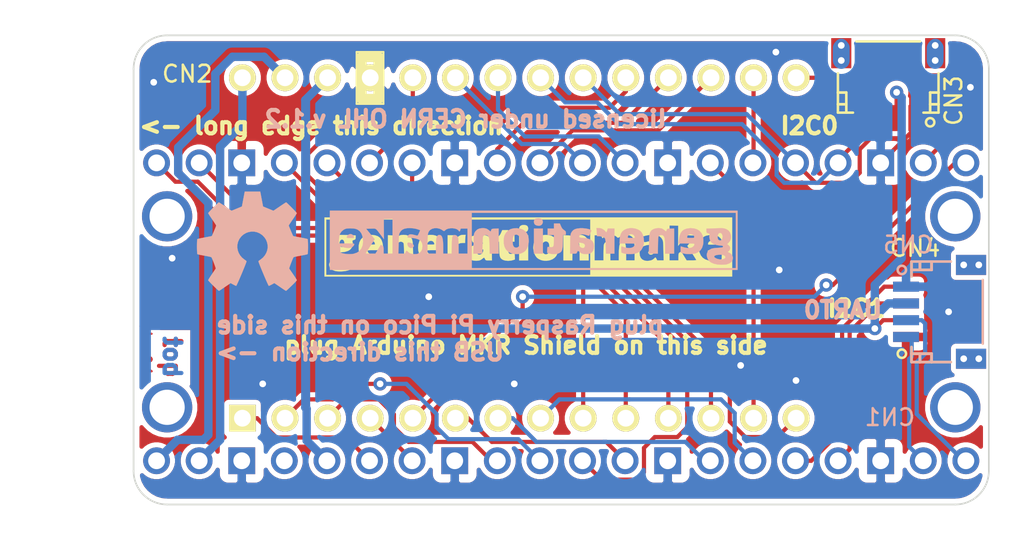
<source format=kicad_pcb>
(kicad_pcb (version 20171130) (host pcbnew 5.1.9-73d0e3b20d~88~ubuntu18.04.1)
  (layers (0 F.Cu signal) (31 B.Cu signal) (34 B.Paste user) (35 F.Paste user) (36 B.SilkS user) (37 F.SilkS user) (38 B.Mask user) (39 F.Mask user) (44 Edge.Cuts user))
  (net 0 "")
  (net 1 GND)
  (net 2 /0)
  (net 3 /1)
  (net 4 /MISO)
  (net 5 /7)
  (net 6 /SCK)
  (net 7 /MOSI)
  (net 8 /2)
  (net 9 /3)
  (net 10 /4)
  (net 11 /5)
  (net 12 /6)
  (net 13 /A3)
  (net 14 /A6)
  (net 15 /A5)
  (net 16 /A4)
  (net 17 /A0)
  (net 18 /A1)
  (net 19 /A2)
  (net 20 /AREF)
  (net 21 +3V3)
  (net 22 /5V)
  (net 23 /VIN)
  (net 24 /UART1_TX)
  (net 25 /UART1_RX)
  (net 26 /I2C0_SDA)
  (net 27 /I2C0_SCL)
  (net 28 /UART0_TX)
  (net 29 /UART0_RX)
  (net 30 /I2C1_SDA)
  (net 31 /I2C1_SCL)
  (net 32 /RESET)
  (module MODULE_compute:RASPI_PICO (layer B.Cu) (at 180 100 270)
    (fp_text reference CN1 (at 6.3 -19.6) (layer B.SilkS) (effects (justify mirror)))
    (fp_text value RASPBERRYPI_PICO)
    (pad 0 thru_hole circle (at 5.7 -23.5 270) (size 3 3) (drill 2.1) (layers *.Cu *.Mask))
    (pad 0 thru_hole circle (at -5.7 -23.5 270) (size 3 3) (drill 2.1) (layers *.Cu *.Mask))
    (pad 0 thru_hole circle (at -5.7 23.5 270) (size 3 3) (drill 2.1) (layers *.Cu *.Mask))
    (pad 0 thru_hole circle (at 5.7 23.5 270) (size 3 3) (drill 2.1) (layers *.Cu *.Mask))
    (pad 40 thru_hole circle (at 8.89 24.13 270) (size 1.6 1.6) (drill 1) (layers *.Cu *.Mask) (net 23 /VIN))
    (pad 39 thru_hole circle (at 8.89 21.59 270) (size 1.6 1.6) (drill 1) (layers *.Cu *.Mask) (net 22 /5V))
    (pad 38 thru_hole rect (at 8.89 19.05 270) (size 1.6 1.6) (drill 1) (layers *.Cu *.Mask) (net 1 GND))
    (pad 37 thru_hole circle (at 8.89 16.51 270) (size 1.6 1.6) (drill 1) (layers *.Cu *.Mask))
    (pad 36 thru_hole circle (at 8.89 13.97 270) (size 1.6 1.6) (drill 1) (layers *.Cu *.Mask) (net 21 +3V3))
    (pad 35 thru_hole circle (at 8.89 11.43 270) (size 1.6 1.6) (drill 1) (layers *.Cu *.Mask) (net 20 /AREF))
    (pad 34 thru_hole circle (at 8.89 8.89 270) (size 1.6 1.6) (drill 1) (layers *.Cu *.Mask) (net 19 /A2))
    (pad 33 thru_hole rect (at 8.89 6.35 270) (size 1.6 1.6) (drill 1) (layers *.Cu *.Mask) (net 1 GND))
    (pad 32 thru_hole circle (at 8.89 3.81 270) (size 1.6 1.6) (drill 1) (layers *.Cu *.Mask) (net 18 /A1))
    (pad 31 thru_hole circle (at 8.89 1.27 270) (size 1.6 1.6) (drill 1) (layers *.Cu *.Mask) (net 17 /A0))
    (pad 30 thru_hole circle (at 8.89 -1.27 270) (size 1.6 1.6) (drill 1) (layers *.Cu *.Mask) (net 32 /RESET))
    (pad 29 thru_hole circle (at 8.89 -3.81 270) (size 1.6 1.6) (drill 1) (layers *.Cu *.Mask) (net 16 /A4))
    (pad 28 thru_hole rect (at 8.89 -6.35 270) (size 1.6 1.6) (drill 1) (layers *.Cu *.Mask) (net 1 GND))
    (pad 27 thru_hole circle (at 8.89 -8.89 270) (size 1.6 1.6) (drill 1) (layers *.Cu *.Mask) (net 15 /A5))
    (pad 26 thru_hole circle (at 8.89 -11.43 270) (size 1.6 1.6) (drill 1) (layers *.Cu *.Mask) (net 14 /A6))
    (pad 25 thru_hole circle (at 8.89 -13.97 270) (size 1.6 1.6) (drill 1) (layers *.Cu *.Mask) (net 31 /I2C1_SCL))
    (pad 24 thru_hole circle (at 8.89 -16.51 270) (size 1.6 1.6) (drill 1) (layers *.Cu *.Mask) (net 30 /I2C1_SDA))
    (pad 23 thru_hole rect (at 8.89 -19.05 270) (size 1.6 1.6) (drill 1) (layers *.Cu *.Mask) (net 1 GND))
    (pad 22 thru_hole circle (at 8.89 -21.59 270) (size 1.6 1.6) (drill 1) (layers *.Cu *.Mask) (net 29 /UART0_RX))
    (pad 21 thru_hole circle (at 8.89 -24.13 270) (size 1.6 1.6) (drill 1) (layers *.Cu *.Mask) (net 28 /UART0_TX))
    (pad 20 thru_hole circle (at -8.89 -24.13 270) (size 1.6 1.6) (drill 1) (layers *.Cu *.Mask) (net 13 /A3))
    (pad 19 thru_hole circle (at -8.89 -21.59 270) (size 1.6 1.6) (drill 1) (layers *.Cu *.Mask) (net 12 /6))
    (pad 18 thru_hole rect (at -8.89 -19.05 270) (size 1.6 1.6) (drill 1) (layers *.Cu *.Mask) (net 1 GND))
    (pad 17 thru_hole circle (at -8.89 -16.51 270) (size 1.6 1.6) (drill 1) (layers *.Cu *.Mask) (net 27 /I2C0_SCL))
    (pad 16 thru_hole circle (at -8.89 -13.97 270) (size 1.6 1.6) (drill 1) (layers *.Cu *.Mask) (net 26 /I2C0_SDA))
    (pad 15 thru_hole circle (at -8.89 -11.43 270) (size 1.6 1.6) (drill 1) (layers *.Cu *.Mask) (net 5 /7))
    (pad 14 thru_hole circle (at -8.89 -8.89 270) (size 1.6 1.6) (drill 1) (layers *.Cu *.Mask) (net 10 /4))
    (pad 13 thru_hole rect (at -8.89 -6.35 270) (size 1.6 1.6) (drill 1) (layers *.Cu *.Mask) (net 1 GND))
    (pad 12 thru_hole circle (at -8.89 -3.81 270) (size 1.6 1.6) (drill 1) (layers *.Cu *.Mask) (net 25 /UART1_RX))
    (pad 11 thru_hole circle (at -8.89 -1.27 270) (size 1.6 1.6) (drill 1) (layers *.Cu *.Mask) (net 24 /UART1_TX))
    (pad 10 thru_hole circle (at -8.89 1.27 270) (size 1.6 1.6) (drill 1) (layers *.Cu *.Mask) (net 7 /MOSI))
    (pad 9 thru_hole circle (at -8.89 3.81 270) (size 1.6 1.6) (drill 1) (layers *.Cu *.Mask) (net 6 /SCK))
    (pad 8 thru_hole rect (at -8.89 6.35 270) (size 1.6 1.6) (drill 1) (layers *.Cu *.Mask) (net 1 GND))
    (pad 7 thru_hole circle (at -8.89 8.89 270) (size 1.6 1.6) (drill 1) (layers *.Cu *.Mask) (net 11 /5))
    (pad 6 thru_hole circle (at -8.89 11.43 270) (size 1.6 1.6) (drill 1) (layers *.Cu *.Mask) (net 4 /MISO))
    (pad 5 thru_hole circle (at -8.89 13.97 270) (size 1.6 1.6) (drill 1) (layers *.Cu *.Mask) (net 9 /3))
    (pad 4 thru_hole circle (at -8.89 16.51 270) (size 1.6 1.6) (drill 1) (layers *.Cu *.Mask) (net 8 /2))
    (pad 3 thru_hole rect (at -8.89 19.05 270) (size 1.6 1.6) (drill 1) (layers *.Cu *.Mask) (net 1 GND))
    (pad 2 thru_hole circle (at -8.89 21.59 270) (size 1.6 1.6) (drill 1) (layers *.Cu *.Mask) (net 3 /1))
    (pad 1 thru_hole circle (at -8.89 24.13 270) (size 1.6 1.6) (drill 1) (layers *.Cu *.Mask) (net 2 /0))
  )
  (module connectors_JST_SH:Connectors_JST_SM04B-SRSS-TB (layer F.Cu) (at 199.5 86.5 180)
    (fp_text reference CN3 (at -3.9 -0.9 270) (layer F.SilkS))
    (fp_text value CONN_01X04)
    (pad "" smd rect (at 2.8 1.9375 180) (size 1.2 1.8) (layers F.Cu F.Paste F.Mask))
    (pad "" smd rect (at -2.8 1.9375 180) (size 1.2 1.8) (layers F.Cu F.Paste F.Mask))
    (pad 4 smd rect (at 1.5 -1.9375 180) (size 0.6 1.55) (layers F.Cu F.Paste F.Mask) (net 27 /I2C0_SCL))
    (pad 3 smd rect (at 0.5 -1.9375 180) (size 0.6 1.55) (layers F.Cu F.Paste F.Mask) (net 26 /I2C0_SDA))
    (pad 2 smd rect (at -0.5 -1.9375 180) (size 0.6 1.55) (layers F.Cu F.Paste F.Mask) (net 21 +3V3))
    (pad 1 smd rect (at -1.5 -1.9375 180) (size 0.6 1.55) (layers F.Cu F.Paste F.Mask) (net 1 GND))
  )
  (module labels:generationmake_logo (layer F.Cu) (at 178 101.4)
    (fp_text reference L1 hide)
    (fp_text value Label hide)
  )
  (module labels:generationmake_logo (layer B.Cu) (at 178.4 101 180)
    (fp_text reference L2 hide)
    (fp_text value Label hide)
  )
  (module MODULE_compute:ARDUINO_MKR_BASEBOARD (layer F.Cu) (at 177.5 96.19)
    (fp_text reference CN2 (at -19.8 -10.39) (layer F.SilkS))
    (fp_text value ARDUINO_MKR)
    (pad 28 thru_hole circle (at -16.51 -10.16) (size 1.6 1.6) (drill 1) (layers *.Cu *.Mask F.SilkS) (net 22 /5V))
    (pad 27 thru_hole circle (at -13.97 -10.16) (size 1.6 1.6) (drill 1) (layers *.Cu *.Mask F.SilkS) (net 23 /VIN))
    (pad 26 thru_hole circle (at -11.43 -10.16) (size 1.6 1.6) (drill 1) (layers *.Cu *.Mask F.SilkS) (net 21 +3V3))
    (pad 25 thru_hole circle (at -8.89 -10.16) (size 1.6 1.6) (drill 1) (layers *.Cu *.Mask F.SilkS) (net 1 GND))
    (pad 24 thru_hole circle (at -6.35 -10.16) (size 1.6 1.6) (drill 1) (layers *.Cu *.Mask F.SilkS) (net 32 /RESET))
    (pad 23 thru_hole circle (at -3.81 -10.16) (size 1.6 1.6) (drill 1) (layers *.Cu *.Mask F.SilkS) (net 24 /UART1_TX))
    (pad 22 thru_hole circle (at -1.27 -10.16) (size 1.6 1.6) (drill 1) (layers *.Cu *.Mask F.SilkS) (net 25 /UART1_RX))
    (pad 21 thru_hole circle (at 1.27 -10.16) (size 1.6 1.6) (drill 1) (layers *.Cu *.Mask F.SilkS) (net 27 /I2C0_SCL))
    (pad 20 thru_hole circle (at 3.81 -10.16) (size 1.6 1.6) (drill 1) (layers *.Cu *.Mask F.SilkS) (net 26 /I2C0_SDA))
    (pad 19 thru_hole circle (at 6.35 -10.16) (size 1.6 1.6) (drill 1) (layers *.Cu *.Mask F.SilkS) (net 4 /MISO))
    (pad 18 thru_hole circle (at 8.89 -10.16) (size 1.6 1.6) (drill 1) (layers *.Cu *.Mask F.SilkS) (net 6 /SCK))
    (pad 17 thru_hole circle (at 11.43 -10.16) (size 1.6 1.6) (drill 1) (layers *.Cu *.Mask F.SilkS) (net 7 /MOSI))
    (pad 16 thru_hole circle (at 13.97 -10.16) (size 1.6 1.6) (drill 1) (layers *.Cu *.Mask F.SilkS) (net 5 /7))
    (pad 15 thru_hole circle (at 16.51 -10.16) (size 1.6 1.6) (drill 1) (layers *.Cu *.Mask F.SilkS) (net 12 /6))
    (pad 14 thru_hole circle (at 16.51 10.16) (size 1.6 1.6) (drill 1) (layers *.Cu *.Mask F.SilkS) (net 11 /5))
    (pad 13 thru_hole circle (at 13.97 10.16) (size 1.6 1.6) (drill 1) (layers *.Cu *.Mask F.SilkS) (net 10 /4))
    (pad 12 thru_hole circle (at 11.43 10.16) (size 1.6 1.6) (drill 1) (layers *.Cu *.Mask F.SilkS) (net 9 /3))
    (pad 11 thru_hole circle (at 8.89 10.16) (size 1.6 1.6) (drill 1) (layers *.Cu *.Mask F.SilkS) (net 8 /2))
    (pad 10 thru_hole circle (at 6.35 10.16) (size 1.6 1.6) (drill 1) (layers *.Cu *.Mask F.SilkS) (net 3 /1))
    (pad 9 thru_hole circle (at 3.81 10.16) (size 1.6 1.6) (drill 1) (layers *.Cu *.Mask F.SilkS) (net 2 /0))
    (pad 8 thru_hole circle (at 1.27 10.16) (size 1.6 1.6) (drill 1) (layers *.Cu *.Mask F.SilkS) (net 14 /A6))
    (pad 7 thru_hole circle (at -1.27 10.16) (size 1.6 1.6) (drill 1) (layers *.Cu *.Mask F.SilkS) (net 15 /A5))
    (pad 6 thru_hole circle (at -3.81 10.16) (size 1.6 1.6) (drill 1) (layers *.Cu *.Mask F.SilkS) (net 16 /A4))
    (pad 5 thru_hole circle (at -6.35 10.16) (size 1.6 1.6) (drill 1) (layers *.Cu *.Mask F.SilkS) (net 13 /A3))
    (pad 4 thru_hole circle (at -8.89 10.16) (size 1.6 1.6) (drill 1) (layers *.Cu *.Mask F.SilkS) (net 19 /A2))
    (pad 3 thru_hole circle (at -11.43 10.16) (size 1.6 1.6) (drill 1) (layers *.Cu *.Mask F.SilkS) (net 18 /A1))
    (pad 2 thru_hole circle (at -13.97 10.16) (size 1.6 1.6) (drill 1) (layers *.Cu *.Mask F.SilkS) (net 17 /A0))
    (pad 1 thru_hole rect (at -16.51 10.16) (size 1.6 1.6) (drill 1) (layers *.Cu *.Mask F.SilkS) (net 20 /AREF))
  )
  (module connectors_JST_SH:Connectors_JST_SM04B-SRSS-TB (layer F.Cu) (at 202.5 100 90)
    (fp_text reference CN4 (at 3.8 -1.4 180) (layer F.SilkS))
    (fp_text value CONN_01X04)
    (pad "" smd rect (at 2.8 1.9375 90) (size 1.2 1.8) (layers F.Cu F.Paste F.Mask))
    (pad "" smd rect (at -2.8 1.9375 90) (size 1.2 1.8) (layers F.Cu F.Paste F.Mask))
    (pad 4 smd rect (at 1.5 -1.9375 90) (size 0.6 1.55) (layers F.Cu F.Paste F.Mask) (net 31 /I2C1_SCL))
    (pad 3 smd rect (at 0.5 -1.9375 90) (size 0.6 1.55) (layers F.Cu F.Paste F.Mask) (net 30 /I2C1_SDA))
    (pad 2 smd rect (at -0.5 -1.9375 90) (size 0.6 1.55) (layers F.Cu F.Paste F.Mask) (net 21 +3V3))
    (pad 1 smd rect (at -1.5 -1.9375 90) (size 0.6 1.55) (layers F.Cu F.Paste F.Mask) (net 1 GND))
  )
  (module connectors_JST_SH:Connectors_JST_SM04B-SRSS-TB (layer B.Cu) (at 202.5 100 270)
    (fp_text reference CN5 (at -4 1.8) (layer B.SilkS) (effects (justify mirror)))
    (fp_text value CONN_01X04)
    (pad "" smd rect (at 2.8 -1.9375 270) (size 1.2 1.8) (layers B.Cu B.Paste B.Mask))
    (pad "" smd rect (at -2.8 -1.9375 270) (size 1.2 1.8) (layers B.Cu B.Paste B.Mask))
    (pad 4 smd rect (at 1.5 1.9375 270) (size 0.6 1.55) (layers B.Cu B.Paste B.Mask) (net 29 /UART0_RX))
    (pad 3 smd rect (at 0.5 1.9375 270) (size 0.6 1.55) (layers B.Cu B.Paste B.Mask) (net 28 /UART0_TX))
    (pad 2 smd rect (at -0.5 1.9375 270) (size 0.6 1.55) (layers B.Cu B.Paste B.Mask) (net 21 +3V3))
    (pad 1 smd rect (at -1.5 1.9375 270) (size 0.6 1.55) (layers B.Cu B.Paste B.Mask) (net 1 GND))
  )
  (module Symbol:OSHW-Symbol_6.7x6mm_SilkScreen (layer B.Cu) (at 161.6 95.8 180)
    (fp_text reference L3 hide)
    (fp_text value Label hide)
  )
  (gr_text "licensed under CERN OHL v.1.2" (at 174.3 88.5) (layer B.SilkS) (effects (font (size 1 1) (thickness 0.25)) (justify mirror)))
  (gr_text "<- long edge this direction" (at 165.7 88.9) (layer F.SilkS) (effects (font (size 1 1) (thickness 0.25))))
  (gr_text I2C0 (at 194.8 88.9) (layer F.SilkS) (effects (font (size 1 1) (thickness 0.25))))
  (gr_text I2C1 (at 197.6 99.8) (layer F.SilkS) (effects (font (size 1 1) (thickness 0.25))))
  (gr_text UART0 (at 196.8 99.9) (layer B.SilkS) (effects (font (size 1 1) (thickness 0.25)) (justify mirror)))
  (gr_text "PicoMKRAdapter 0.1" (at 155.3 100 -90) (layer F.Cu) (effects (font (size 0.5 0.5) (thickness 0.125))))
  (gr_text bot (at 156.8 102.7 270) (layer B.Cu) (effects (font (size 1 1) (thickness 0.25)) (justify mirror)))
  (gr_text top (at 156.8 102.7 270) (layer F.Cu) (effects (font (size 1 1) (thickness 0.25))))
  (gr_text "plug Rasperry Pi Pico on this side\nUSB this direction ->" (at 159.3 101.6) (layer B.SilkS) (effects (font (size 1 1) (thickness 0.25)) (justify right mirror)))
  (gr_text "plug Arduino MKR Shield on this side" (at 177.9 102) (layer F.SilkS) (effects (font (size 1 1) (thickness 0.25))))
  (gr_line (start 154.5 85.5) (end 154.5 109.5) (layer Edge.Cuts) (width 0.1))
  (gr_line (start 203.5 83.5) (end 156.5 83.5) (layer Edge.Cuts) (width 0.1))
  (gr_line (start 205.5 109.5) (end 205.5 85.5) (layer Edge.Cuts) (width 0.1))
  (gr_line (start 156.5 111.5) (end 203.5 111.5) (layer Edge.Cuts) (width 0.1))
  (gr_arc (start 156.5 109.5) (end 154.5 109.5) (angle -90) (layer Edge.Cuts) (width 0.1))
  (gr_arc (start 156.5 85.5) (end 156.5 83.5) (angle -90) (layer Edge.Cuts) (width 0.1))
  (gr_arc (start 203.5 85.5) (end 205.5 85.5) (angle -90) (layer Edge.Cuts) (width 0.1))
  (gr_arc (start 203.5 109.5) (end 203.5 111.5) (angle -90) (layer Edge.Cuts) (width 0.1))
  (via (at 204.9 97.2) (size 0.8) (drill 0.4) (layers F.Cu B.Cu) (net 0))
  (via (at 204 97.2) (size 0.8) (drill 0.4) (layers F.Cu B.Cu) (net 0))
  (via (at 204 102.8) (size 0.8) (drill 0.4) (layers F.Cu B.Cu) (net 0))
  (via (at 204.9 102.8) (size 0.8) (drill 0.4) (layers F.Cu B.Cu) (net 0))
  (via (at 196.7 85) (size 0.8) (drill 0.4) (layers F.Cu B.Cu) (net 0))
  (via (at 196.7 84.1) (size 0.8) (drill 0.4) (layers F.Cu B.Cu) (net 0))
  (via (at 202.3 84.1) (size 0.8) (drill 0.4) (layers F.Cu B.Cu) (net 0))
  (segment (start 202.3 84.1) (end 202.3 85) (width 0.25) (layer B.Cu) (net 0))
  (via (at 202.3 85) (size 0.8) (drill 0.4) (layers F.Cu B.Cu) (net 0))
  (segment (start 196.7 85) (end 196.7 84.25001) (width 1) (layer B.Cu) (net 0))
  (segment (start 202.3 85) (end 202.3 84.25001) (width 1) (layer B.Cu) (net 0))
  (via (at 156.8 96.8) (size 0.8) (drill 0.4) (layers F.Cu B.Cu) (net 1))
  (via (at 155.7 86.3) (size 0.8) (drill 0.4) (layers F.Cu B.Cu) (net 1))
  (segment (start 201 89.16) (end 201 88.4375) (width 0.25) (layer F.Cu) (net 1))
  (segment (start 199.05 91.11) (end 201 89.16) (width 0.25) (layer F.Cu) (net 1))
  (segment (start 200.5625 98.5) (end 202 98.5) (width 0.25) (layer B.Cu) (net 1))
  (segment (start 202 98.5) (end 203.1 99.6) (width 0.25) (layer B.Cu) (net 1))
  (via (at 203.1 100) (size 0.8) (drill 0.4) (layers F.Cu B.Cu) (net 1))
  (segment (start 203.1 99.6) (end 203.1 100) (width 0.25) (layer B.Cu) (net 1))
  (segment (start 203.1 100) (end 203.1 100.6) (width 0.25) (layer F.Cu) (net 1))
  (segment (start 202.2 101.5) (end 200.5625 101.5) (width 0.25) (layer F.Cu) (net 1))
  (segment (start 203.1 100.6) (end 202.2 101.5) (width 0.25) (layer F.Cu) (net 1))
  (segment (start 199.05 91.11) (end 199.05 92.85) (width 0.25) (layer F.Cu) (net 1))
  (segment (start 199.05 92.85) (end 194.7 97.2) (width 0.25) (layer F.Cu) (net 1))
  (segment (start 194.7 97.2) (end 194.7 99.2) (width 0.25) (layer F.Cu) (net 1))
  (segment (start 194.7 99.2) (end 195.1 99.6) (width 0.25) (layer F.Cu) (net 1))
  (segment (start 195.1 99.6) (end 196.5 99.6) (width 0.25) (layer F.Cu) (net 1))
  (segment (start 196.5 99.6) (end 199.2 96.9) (width 0.25) (layer F.Cu) (net 1))
  (segment (start 199.2 96.9) (end 201.1 96.9) (width 0.25) (layer F.Cu) (net 1))
  (segment (start 203.1 98.9) (end 203.1 100) (width 0.25) (layer F.Cu) (net 1))
  (segment (start 201.1 96.9) (end 203.1 98.9) (width 0.25) (layer F.Cu) (net 1))
  (via (at 204.4 86.6) (size 0.8) (drill 0.4) (layers F.Cu B.Cu) (net 1))
  (via (at 177.2 104.3) (size 0.8) (drill 0.4) (layers F.Cu B.Cu) (net 1))
  (via (at 194 104.1) (size 0.8) (drill 0.4) (layers F.Cu B.Cu) (net 1))
  (via (at 193 97.5) (size 0.8) (drill 0.4) (layers F.Cu B.Cu) (net 1))
  (via (at 172.1 99.1) (size 0.8) (drill 0.4) (layers F.Cu B.Cu) (net 1))
  (via (at 162.2 104.3) (size 0.8) (drill 0.4) (layers F.Cu B.Cu) (net 1))
  (via (at 192.8 84.5) (size 0.8) (drill 0.4) (layers F.Cu B.Cu) (net 1))
  (via (at 190.7 103.2) (size 0.8) (drill 0.4) (layers F.Cu B.Cu) (net 1))
  (segment (start 181.31 106.35) (end 181.31 98.21) (width 0.25) (layer F.Cu) (net 2))
  (segment (start 181.31 98.21) (end 178.55003 95.45003) (width 0.25) (layer F.Cu) (net 2))
  (segment (start 158.335001 92.235001) (end 156.995001 92.235001) (width 0.25) (layer F.Cu) (net 2))
  (segment (start 156.995001 92.235001) (end 155.87 91.11) (width 0.25) (layer F.Cu) (net 2))
  (segment (start 161.55003 95.45003) (end 158.335001 92.235001) (width 0.25) (layer F.Cu) (net 2))
  (segment (start 178.55003 95.45003) (end 161.55003 95.45003) (width 0.25) (layer F.Cu) (net 2))
  (segment (start 183.85 101.75) (end 183.85 106.35) (width 0.25) (layer F.Cu) (net 3))
  (segment (start 183.85 100.11359) (end 183.85 101.75) (width 0.25) (layer F.Cu) (net 3))
  (segment (start 178.736431 95.000021) (end 183.85 100.11359) (width 0.25) (layer F.Cu) (net 3))
  (segment (start 162.30002 95.00002) (end 178.736431 95.000021) (width 0.25) (layer F.Cu) (net 3))
  (segment (start 158.41 91.11) (end 162.30002 95.00002) (width 0.25) (layer F.Cu) (net 3))
  (segment (start 183.85 86.85) (end 183.85 86.03) (width 0.25) (layer F.Cu) (net 4))
  (segment (start 182.88003 87.81997) (end 183.85 86.85) (width 0.25) (layer F.Cu) (net 4))
  (segment (start 177.38721 87.81997) (end 182.88003 87.81997) (width 0.25) (layer F.Cu) (net 4))
  (segment (start 175.672191 89.534989) (end 177.38721 87.81997) (width 0.25) (layer F.Cu) (net 4))
  (segment (start 170.145011 89.534989) (end 175.672191 89.534989) (width 0.25) (layer F.Cu) (net 4))
  (segment (start 168.57 91.11) (end 170.145011 89.534989) (width 0.25) (layer F.Cu) (net 4))
  (segment (start 191.47 91.07) (end 191.43 91.11) (width 0.25) (layer F.Cu) (net 5))
  (segment (start 191.47 86.03) (end 191.47 91.07) (width 0.25) (layer F.Cu) (net 5))
  (segment (start 176.19 90.29) (end 176.19 91.11) (width 0.25) (layer F.Cu) (net 6))
  (segment (start 177.76001 88.71999) (end 176.19 90.29) (width 0.25) (layer F.Cu) (net 6))
  (segment (start 183.70001 88.71999) (end 177.76001 88.71999) (width 0.25) (layer F.Cu) (net 6))
  (segment (start 186.39 86.03) (end 183.70001 88.71999) (width 0.25) (layer F.Cu) (net 6))
  (segment (start 185.79 89.17) (end 186.63 88.33) (width 0.25) (layer F.Cu) (net 7))
  (segment (start 180.67 89.17) (end 185.79 89.17) (width 0.25) (layer F.Cu) (net 7))
  (segment (start 186.63 88.33) (end 188.93 86.03) (width 0.25) (layer F.Cu) (net 7))
  (segment (start 178.73 91.11) (end 180.67 89.17) (width 0.25) (layer F.Cu) (net 7))
  (segment (start 163.49 91.11) (end 166.93001 94.55001) (width 0.25) (layer F.Cu) (net 8))
  (segment (start 186.39 102.01718) (end 186.39 103.19) (width 0.25) (layer F.Cu) (net 8))
  (segment (start 177.14999 94.55001) (end 178.922832 94.550012) (width 0.25) (layer F.Cu) (net 8))
  (segment (start 166.93001 94.55001) (end 177.14999 94.55001) (width 0.25) (layer F.Cu) (net 8))
  (segment (start 178.922832 94.550012) (end 186.39 102.01718) (width 0.25) (layer F.Cu) (net 8))
  (segment (start 186.39 103.19) (end 186.39 106.35) (width 0.25) (layer F.Cu) (net 8))
  (segment (start 188.93 103.97) (end 188.93 106.35) (width 0.25) (layer F.Cu) (net 9))
  (segment (start 188.93 103.19359) (end 188.93 103.97) (width 0.25) (layer F.Cu) (net 9))
  (segment (start 179.28642 93.55001) (end 188.93 103.19359) (width 0.25) (layer F.Cu) (net 9))
  (segment (start 168.47001 93.55001) (end 179.28642 93.55001) (width 0.25) (layer F.Cu) (net 9))
  (segment (start 166.03 91.11) (end 168.47001 93.55001) (width 0.25) (layer F.Cu) (net 9))
  (segment (start 191.47 93.69) (end 188.89 91.11) (width 0.25) (layer F.Cu) (net 10))
  (segment (start 191.47 106.35) (end 191.47 93.69) (width 0.25) (layer F.Cu) (net 10))
  (segment (start 192.884999 107.475001) (end 194.01 106.35) (width 0.25) (layer F.Cu) (net 11))
  (segment (start 190.055001 106.555001) (end 190.975001 107.475001) (width 0.25) (layer F.Cu) (net 11))
  (segment (start 190.055001 103.682181) (end 190.055001 106.555001) (width 0.25) (layer F.Cu) (net 11))
  (segment (start 179.47282 93.1) (end 190.055001 103.682181) (width 0.25) (layer F.Cu) (net 11))
  (segment (start 171.9 93.1) (end 179.47282 93.1) (width 0.25) (layer F.Cu) (net 11))
  (segment (start 171.11 92.31) (end 171.9 93.1) (width 0.25) (layer F.Cu) (net 11))
  (segment (start 190.975001 107.475001) (end 192.884999 107.475001) (width 0.25) (layer F.Cu) (net 11))
  (segment (start 171.11 91.11) (end 171.11 92.31) (width 0.25) (layer F.Cu) (net 11))
  (segment (start 202.8 89.9) (end 201.59 91.11) (width 0.25) (layer F.Cu) (net 12))
  (segment (start 202.8 87.7) (end 202.8 89.9) (width 0.25) (layer F.Cu) (net 12))
  (segment (start 200.3 85.2) (end 202.8 87.7) (width 0.25) (layer F.Cu) (net 12))
  (segment (start 198.5 85.2) (end 200.3 85.2) (width 0.25) (layer F.Cu) (net 12))
  (segment (start 197.67 86.03) (end 198.5 85.2) (width 0.25) (layer F.Cu) (net 12))
  (segment (start 194.01 86.03) (end 197.67 86.03) (width 0.25) (layer F.Cu) (net 12))
  (segment (start 171.15 106.35) (end 177.7 99.8) (width 0.25) (layer F.Cu) (net 13))
  (via (at 177.7 99.1) (size 0.8) (drill 0.4) (layers F.Cu B.Cu) (net 13))
  (segment (start 177.7 99.8) (end 177.7 99.1) (width 0.25) (layer F.Cu) (net 13))
  (segment (start 204.13 91.11) (end 203.49 91.11) (width 0.25) (layer F.Cu) (net 13))
  (segment (start 203.49 91.11) (end 196.2 98.4) (width 0.25) (layer F.Cu) (net 13))
  (via (at 195.8 98.4) (size 0.8) (drill 0.4) (layers F.Cu B.Cu) (net 13))
  (segment (start 196.2 98.4) (end 195.8 98.4) (width 0.25) (layer F.Cu) (net 13))
  (segment (start 195.1 99.1) (end 194.8 99.1) (width 0.25) (layer B.Cu) (net 13))
  (segment (start 195.8 98.4) (end 195.1 99.1) (width 0.25) (layer B.Cu) (net 13))
  (segment (start 177.7 99.1) (end 194.8 99.1) (width 0.25) (layer B.Cu) (net 13))
  (segment (start 178.77 106.35) (end 179.895001 105.224999) (width 0.25) (layer B.Cu) (net 14))
  (segment (start 184.075001 105.224999) (end 189.524999 105.224999) (width 0.25) (layer B.Cu) (net 14))
  (segment (start 179.895001 105.224999) (end 184.075001 105.224999) (width 0.25) (layer B.Cu) (net 14))
  (segment (start 190.344999 107.804999) (end 191.43 108.89) (width 0.25) (layer B.Cu) (net 14))
  (segment (start 190.344999 106.044999) (end 190.344999 107.804999) (width 0.25) (layer B.Cu) (net 14))
  (segment (start 189.524999 105.224999) (end 190.344999 106.044999) (width 0.25) (layer B.Cu) (net 14))
  (segment (start 177.104998 106.35) (end 178.519997 107.764999) (width 0.25) (layer B.Cu) (net 15))
  (segment (start 176.23 106.35) (end 177.104998 106.35) (width 0.25) (layer B.Cu) (net 15))
  (segment (start 182.535001 107.764999) (end 187.410001 107.764999) (width 0.25) (layer B.Cu) (net 15))
  (segment (start 188.535002 108.89) (end 188.89 108.89) (width 0.25) (layer B.Cu) (net 15))
  (segment (start 187.410001 107.764999) (end 188.535002 108.89) (width 0.25) (layer B.Cu) (net 15))
  (segment (start 182.535001 107.764999) (end 182.684999 107.764999) (width 0.25) (layer B.Cu) (net 15))
  (segment (start 178.519997 107.764999) (end 182.535001 107.764999) (width 0.25) (layer B.Cu) (net 15))
  (segment (start 182.684999 107.764999) (end 183.81 108.89) (width 0.25) (layer F.Cu) (net 16))
  (segment (start 179.964999 107.764999) (end 182.684999 107.764999) (width 0.25) (layer F.Cu) (net 16))
  (segment (start 179.964999 107.764999) (end 180.144999 107.764999) (width 0.25) (layer F.Cu) (net 16))
  (segment (start 174.45 106.35) (end 173.69 106.35) (width 0.25) (layer F.Cu) (net 16))
  (segment (start 179.964999 107.764999) (end 175.864999 107.764999) (width 0.25) (layer F.Cu) (net 16))
  (segment (start 175.864999 107.764999) (end 174.45 106.35) (width 0.25) (layer F.Cu) (net 16))
  (via (at 169.2 104.3) (size 0.8) (drill 0.4) (layers F.Cu B.Cu) (net 17))
  (segment (start 172.564999 106.890001) (end 173.274998 107.6) (width 0.25) (layer B.Cu) (net 17))
  (segment (start 172.564999 106.099997) (end 172.564999 106.890001) (width 0.25) (layer B.Cu) (net 17))
  (segment (start 169.2 104.3) (end 170.765002 104.3) (width 0.25) (layer B.Cu) (net 17))
  (segment (start 170.765002 104.3) (end 172.564999 106.099997) (width 0.25) (layer B.Cu) (net 17))
  (segment (start 177.44 107.6) (end 178.73 108.89) (width 0.25) (layer B.Cu) (net 17))
  (segment (start 173.274998 107.6) (end 177.44 107.6) (width 0.25) (layer B.Cu) (net 17))
  (segment (start 164.655001 105.224999) (end 163.53 106.35) (width 0.25) (layer F.Cu) (net 17))
  (segment (start 166.375001 105.224999) (end 164.655001 105.224999) (width 0.25) (layer F.Cu) (net 17))
  (segment (start 167.3 104.3) (end 166.375001 105.224999) (width 0.25) (layer F.Cu) (net 17))
  (segment (start 169.2 104.3) (end 167.3 104.3) (width 0.25) (layer F.Cu) (net 17))
  (segment (start 175.835002 108.89) (end 176.19 108.89) (width 0.25) (layer F.Cu) (net 18))
  (segment (start 174.710001 107.764999) (end 175.835002 108.89) (width 0.25) (layer F.Cu) (net 18))
  (segment (start 166.07 106.35) (end 167.195001 105.224999) (width 0.25) (layer F.Cu) (net 18))
  (segment (start 167.195001 105.224999) (end 169.124999 105.224999) (width 0.25) (layer F.Cu) (net 18))
  (segment (start 169.124999 105.224999) (end 170.024999 106.124999) (width 0.25) (layer F.Cu) (net 18))
  (segment (start 170.899997 107.764999) (end 174.710001 107.764999) (width 0.25) (layer F.Cu) (net 18))
  (segment (start 170.024999 106.124999) (end 170.024999 106.890001) (width 0.25) (layer F.Cu) (net 18))
  (segment (start 170.024999 106.890001) (end 170.899997 107.764999) (width 0.25) (layer F.Cu) (net 18))
  (segment (start 171.11 108.85) (end 171.11 108.89) (width 0.25) (layer F.Cu) (net 19))
  (segment (start 168.61 106.35) (end 171.11 108.85) (width 0.25) (layer F.Cu) (net 19))
  (segment (start 167.18 107.5) (end 168.57 108.89) (width 0.25) (layer F.Cu) (net 20))
  (segment (start 163.014998 107.5) (end 167.18 107.5) (width 0.25) (layer F.Cu) (net 20))
  (segment (start 161.864998 106.35) (end 163.014998 107.5) (width 0.25) (layer F.Cu) (net 20))
  (segment (start 160.99 106.35) (end 161.864998 106.35) (width 0.25) (layer F.Cu) (net 20))
  (segment (start 164.904999 107.764999) (end 166.03 108.89) (width 0.25) (layer B.Cu) (net 21))
  (segment (start 166.07 86.03) (end 164.904999 87.195001) (width 0.25) (layer B.Cu) (net 21))
  (segment (start 164.904999 87.195001) (end 164.904999 99.795001) (width 0.25) (layer B.Cu) (net 21))
  (segment (start 164.904999 99.795001) (end 164.904999 107.764999) (width 0.25) (layer B.Cu) (net 21))
  (segment (start 200.5625 100.5) (end 199.2 100.5) (width 0.25) (layer F.Cu) (net 21))
  (via (at 198.7 101) (size 0.8) (drill 0.4) (layers F.Cu B.Cu) (net 21))
  (segment (start 199.2 100.5) (end 198.7 101) (width 0.25) (layer F.Cu) (net 21))
  (segment (start 200 88.4375) (end 200 86.9) (width 0.25) (layer F.Cu) (net 21))
  (via (at 200 86.9) (size 0.8) (drill 0.4) (layers F.Cu B.Cu) (net 21))
  (segment (start 164.819999 107.679999) (end 166.03 108.89) (width 0.5) (layer B.Cu) (net 21))
  (segment (start 164.819999 105.789997) (end 164.819999 107.679999) (width 0.5) (layer B.Cu) (net 21))
  (segment (start 164.740001 105.709999) (end 164.819999 105.789997) (width 0.5) (layer B.Cu) (net 21))
  (segment (start 166.07 86.03) (end 164.740001 87.359999) (width 0.5) (layer B.Cu) (net 21))
  (segment (start 165.2 101) (end 164.740001 100.540001) (width 0.5) (layer B.Cu) (net 21))
  (segment (start 198.7 101) (end 165.2 101) (width 0.5) (layer B.Cu) (net 21))
  (segment (start 164.740001 87.359999) (end 164.740001 100.540001) (width 0.5) (layer B.Cu) (net 21))
  (segment (start 164.740001 100.540001) (end 164.740001 105.709999) (width 0.5) (layer B.Cu) (net 21))
  (segment (start 200.5625 99.5) (end 199.5 99.5) (width 0.5) (layer B.Cu) (net 21))
  (segment (start 198.7 100.3) (end 198.7 101) (width 0.5) (layer B.Cu) (net 21))
  (segment (start 199.5 99.5) (end 198.7 100.3) (width 0.5) (layer B.Cu) (net 21))
  (segment (start 198.7 100.3) (end 198.7 98.399998) (width 0.5) (layer B.Cu) (net 21))
  (segment (start 200.300001 87.200001) (end 200 86.9) (width 0.5) (layer B.Cu) (net 21))
  (segment (start 200.300001 96.799997) (end 199.849999 97.249999) (width 0.5) (layer B.Cu) (net 21))
  (segment (start 198.7 98.399998) (end 199.849999 97.249999) (width 0.5) (layer B.Cu) (net 21))
  (segment (start 200.300001 95.999999) (end 200.300001 87.200001) (width 0.5) (layer B.Cu) (net 21))
  (segment (start 200.300001 95.999999) (end 200.300001 96.799997) (width 0.5) (layer B.Cu) (net 21))
  (segment (start 160.99 86.03) (end 160.99 88.81) (width 0.5) (layer B.Cu) (net 22))
  (segment (start 159.660001 107.639999) (end 158.41 108.89) (width 0.5) (layer B.Cu) (net 22))
  (segment (start 159.660001 90.139999) (end 159.660001 107.639999) (width 0.5) (layer B.Cu) (net 22))
  (segment (start 160.15 89.65) (end 159.660001 90.139999) (width 0.5) (layer B.Cu) (net 22))
  (segment (start 160.99 88.81) (end 160.15 89.65) (width 0.5) (layer B.Cu) (net 22))
  (segment (start 158.660001 107.639999) (end 158.959991 107.340009) (width 0.5) (layer B.Cu) (net 23))
  (segment (start 155.87 108.89) (end 157.120001 107.639999) (width 0.5) (layer B.Cu) (net 23))
  (segment (start 157.120001 107.639999) (end 158.660001 107.639999) (width 0.5) (layer B.Cu) (net 23))
  (segment (start 157.159999 90.189979) (end 159.374989 87.974989) (width 0.5) (layer B.Cu) (net 23))
  (segment (start 157.159999 91.710001) (end 157.159999 90.189979) (width 0.5) (layer B.Cu) (net 23))
  (segment (start 158.959991 93.509993) (end 157.159999 91.710001) (width 0.5) (layer B.Cu) (net 23))
  (segment (start 158.959991 107.340009) (end 158.959991 93.509993) (width 0.5) (layer B.Cu) (net 23))
  (segment (start 162.279999 84.779999) (end 163.53 86.03) (width 0.5) (layer B.Cu) (net 23))
  (segment (start 160.389999 84.779999) (end 162.279999 84.779999) (width 0.5) (layer B.Cu) (net 23))
  (segment (start 159.374989 85.795009) (end 160.389999 84.779999) (width 0.5) (layer B.Cu) (net 23))
  (segment (start 159.374989 87.974989) (end 159.374989 85.795009) (width 0.5) (layer B.Cu) (net 23))
  (segment (start 177.644999 89.984999) (end 173.69 86.03) (width 0.25) (layer B.Cu) (net 24))
  (segment (start 180.144999 89.984999) (end 177.644999 89.984999) (width 0.25) (layer B.Cu) (net 24))
  (segment (start 181.27 91.11) (end 180.144999 89.984999) (width 0.25) (layer B.Cu) (net 24))
  (segment (start 176.23 87.93359) (end 176.23 86.03) (width 0.25) (layer B.Cu) (net 25))
  (segment (start 177.831399 89.534989) (end 176.23 87.93359) (width 0.25) (layer B.Cu) (net 25))
  (segment (start 183.81 91.11) (end 182.234989 89.534989) (width 0.25) (layer B.Cu) (net 25))
  (segment (start 182.234989 89.534989) (end 177.831399 89.534989) (width 0.25) (layer B.Cu) (net 25))
  (segment (start 181.31 86.03) (end 183.48 88.2) (width 0.25) (layer B.Cu) (net 26))
  (segment (start 191.06 88.2) (end 193.97 91.11) (width 0.25) (layer B.Cu) (net 26))
  (segment (start 183.48 88.2) (end 191.06 88.2) (width 0.25) (layer B.Cu) (net 26))
  (segment (start 199 89.097502) (end 197.8 90.297502) (width 0.25) (layer F.Cu) (net 26))
  (segment (start 199 88.4375) (end 199 89.097502) (width 0.25) (layer F.Cu) (net 26))
  (segment (start 197.8 90.297502) (end 197.8 91.7) (width 0.25) (layer F.Cu) (net 26))
  (segment (start 197.8 91.7) (end 197.2 92.3) (width 0.25) (layer F.Cu) (net 26))
  (segment (start 195.16 92.3) (end 193.97 91.11) (width 0.25) (layer F.Cu) (net 26))
  (segment (start 197.2 92.3) (end 195.16 92.3) (width 0.25) (layer F.Cu) (net 26))
  (segment (start 198 88.4375) (end 198 89.461092) (width 0.25) (layer F.Cu) (net 27))
  (segment (start 196.51 90.951092) (end 196.51 91.11) (width 0.25) (layer F.Cu) (net 27))
  (segment (start 198 89.461092) (end 196.51 90.951092) (width 0.25) (layer F.Cu) (net 27))
  (segment (start 193.3 92.3) (end 195.32 92.3) (width 0.25) (layer B.Cu) (net 27))
  (segment (start 192.844999 91.844999) (end 193.3 92.3) (width 0.25) (layer B.Cu) (net 27))
  (segment (start 178.77 86.03) (end 180.24 87.5) (width 0.25) (layer B.Cu) (net 27))
  (segment (start 195.32 92.3) (end 196.51 91.11) (width 0.25) (layer B.Cu) (net 27))
  (segment (start 180.24 87.5) (end 182.14359 87.5) (width 0.25) (layer B.Cu) (net 27))
  (segment (start 182.14359 87.5) (end 183.44359 88.8) (width 0.25) (layer B.Cu) (net 27))
  (segment (start 183.44359 88.8) (end 190.785002 88.8) (width 0.25) (layer B.Cu) (net 27))
  (segment (start 190.785002 88.8) (end 192.844999 90.859997) (width 0.25) (layer B.Cu) (net 27))
  (segment (start 192.844999 90.859997) (end 192.844999 91.844999) (width 0.25) (layer B.Cu) (net 27))
  (segment (start 200.5625 100.5) (end 201.5 100.5) (width 0.25) (layer B.Cu) (net 28))
  (segment (start 201.5 100.5) (end 201.7 100.7) (width 0.25) (layer B.Cu) (net 28))
  (segment (start 201.7 100.7) (end 201.7 102.5) (width 0.25) (layer B.Cu) (net 28))
  (segment (start 201.7 102.5) (end 201.2 103) (width 0.25) (layer B.Cu) (net 28))
  (segment (start 203.988998 108.89) (end 204.13 108.89) (width 0.25) (layer B.Cu) (net 28))
  (segment (start 201.2 106.101002) (end 203.988998 108.89) (width 0.25) (layer B.Cu) (net 28))
  (segment (start 201.2 103) (end 201.2 106.101002) (width 0.25) (layer B.Cu) (net 28))
  (segment (start 200.5625 101.5) (end 200.9 101.5) (width 0.25) (layer B.Cu) (net 29))
  (segment (start 200.9 102.66359) (end 200.74999 102.8136) (width 0.25) (layer B.Cu) (net 29))
  (segment (start 200.9 101.5) (end 200.9 102.66359) (width 0.25) (layer B.Cu) (net 29))
  (segment (start 200.74999 108.04999) (end 201.59 108.89) (width 0.25) (layer B.Cu) (net 29))
  (segment (start 200.74999 102.8136) (end 200.74999 108.04999) (width 0.25) (layer B.Cu) (net 29))
  (segment (start 200.5625 99.5) (end 198.9 99.5) (width 0.25) (layer F.Cu) (net 30))
  (segment (start 198.9 99.5) (end 197.2 101.2) (width 0.25) (layer F.Cu) (net 30))
  (segment (start 197.2 108.2) (end 196.51 108.89) (width 0.25) (layer F.Cu) (net 30))
  (segment (start 197.2 101.2) (end 197.2 108.2) (width 0.25) (layer F.Cu) (net 30))
  (segment (start 194.91 108.89) (end 193.97 108.89) (width 0.25) (layer F.Cu) (net 31))
  (segment (start 196.74999 101.0136) (end 196.74999 107.05001) (width 0.25) (layer F.Cu) (net 31))
  (segment (start 196.74999 107.05001) (end 194.91 108.89) (width 0.25) (layer F.Cu) (net 31))
  (segment (start 200.5625 98.5) (end 199.26359 98.5) (width 0.25) (layer F.Cu) (net 31))
  (segment (start 199.26359 98.5) (end 196.74999 101.0136) (width 0.25) (layer F.Cu) (net 31))
  (segment (start 185.579997 107.475001) (end 184.935001 108.119997) (width 0.25) (layer F.Cu) (net 32))
  (segment (start 187.515001 106.890001) (end 186.930001 107.475001) (width 0.25) (layer F.Cu) (net 32))
  (segment (start 184.484999 110.015001) (end 182.395001 110.015001) (width 0.25) (layer F.Cu) (net 32))
  (segment (start 187.515001 102.415001) (end 187.515001 106.890001) (width 0.25) (layer F.Cu) (net 32))
  (segment (start 167.11641 94.1) (end 179.2 94.1) (width 0.25) (layer F.Cu) (net 32))
  (segment (start 164.9 91.88359) (end 167.11641 94.1) (width 0.25) (layer F.Cu) (net 32))
  (segment (start 182.395001 110.015001) (end 181.27 108.89) (width 0.25) (layer F.Cu) (net 32))
  (segment (start 164.9 90.574998) (end 164.9 91.88359) (width 0.25) (layer F.Cu) (net 32))
  (segment (start 169.156091 89.887499) (end 165.587499 89.887499) (width 0.25) (layer F.Cu) (net 32))
  (segment (start 184.935001 109.564999) (end 184.484999 110.015001) (width 0.25) (layer F.Cu) (net 32))
  (segment (start 186.930001 107.475001) (end 185.579997 107.475001) (width 0.25) (layer F.Cu) (net 32))
  (segment (start 179.2 94.1) (end 187.515001 102.415001) (width 0.25) (layer F.Cu) (net 32))
  (segment (start 171.15 87.89359) (end 169.156091 89.887499) (width 0.25) (layer F.Cu) (net 32))
  (segment (start 184.935001 108.119997) (end 184.935001 109.564999) (width 0.25) (layer F.Cu) (net 32))
  (segment (start 165.587499 89.887499) (end 164.9 90.574998) (width 0.25) (layer F.Cu) (net 32))
  (segment (start 171.15 86.03) (end 171.15 87.89359) (width 0.25) (layer F.Cu) (net 32))
  (zone (net 1) (net_name GND) (layer F.Cu) (connect_pads (clearance 0.3)) (min_thickness 0.254) (fill yes (arc_segments 32) (thermal_gap 0.508) (thermal_bridge_width 0.508))
    (polygon (pts (xy 206 111.5) (xy 154 111.5) (xy 154 83.5) (xy 206 83.5)))
  )
  (zone (net 1) (net_name GND) (layer B.Cu) (connect_pads (clearance 0.3)) (min_thickness 0.254) (fill yes (arc_segments 32) (thermal_gap 0.508) (thermal_bridge_width 0.508))
    (polygon (pts (xy 205.955215 111.5) (xy 153.955215 111.5) (xy 153.955215 83.5) (xy 205.955215 83.5)))
  )
)
</source>
